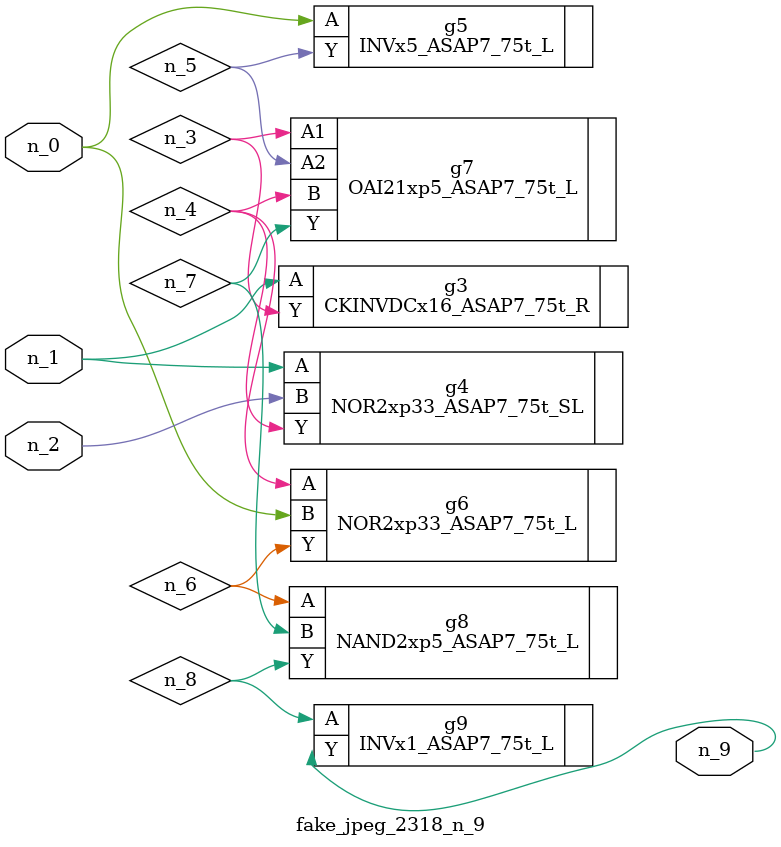
<source format=v>
module fake_jpeg_2318_n_9 (n_0, n_2, n_1, n_9);

input n_0;
input n_2;
input n_1;

output n_9;

wire n_3;
wire n_4;
wire n_8;
wire n_6;
wire n_5;
wire n_7;

CKINVDCx16_ASAP7_75t_R g3 ( 
.A(n_1),
.Y(n_3)
);

NOR2xp33_ASAP7_75t_SL g4 ( 
.A(n_1),
.B(n_2),
.Y(n_4)
);

INVx5_ASAP7_75t_L g5 ( 
.A(n_0),
.Y(n_5)
);

NOR2xp33_ASAP7_75t_L g6 ( 
.A(n_4),
.B(n_0),
.Y(n_6)
);

NAND2xp5_ASAP7_75t_L g8 ( 
.A(n_6),
.B(n_7),
.Y(n_8)
);

OAI21xp5_ASAP7_75t_L g7 ( 
.A1(n_3),
.A2(n_5),
.B(n_4),
.Y(n_7)
);

INVx1_ASAP7_75t_L g9 ( 
.A(n_8),
.Y(n_9)
);


endmodule
</source>
